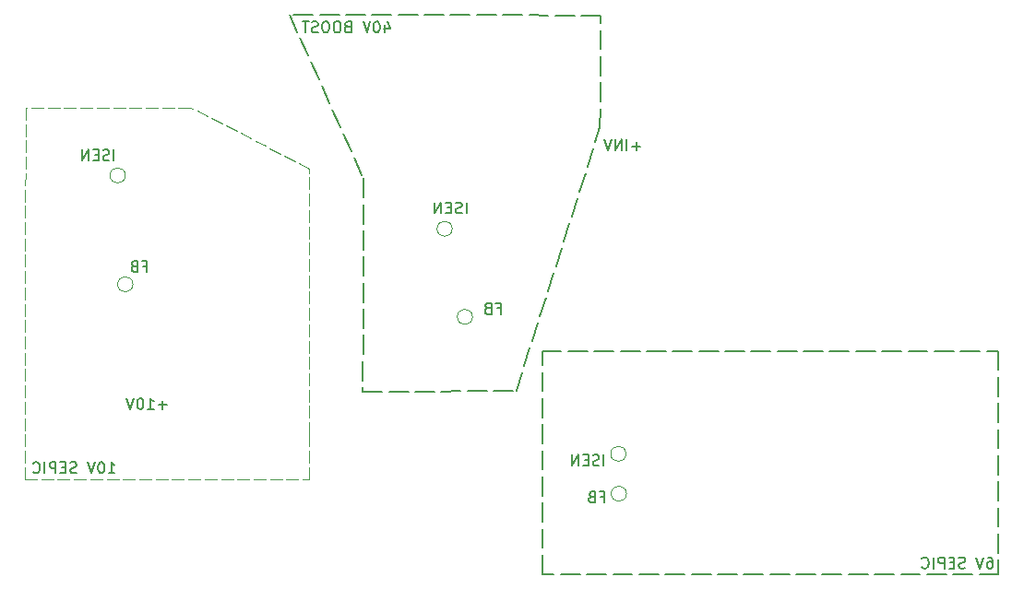
<source format=gbo>
G04 #@! TF.GenerationSoftware,KiCad,Pcbnew,9.0.3-9.0.3-0~ubuntu24.04.1*
G04 #@! TF.CreationDate,2025-08-16T17:29:32+02:00*
G04 #@! TF.ProjectId,acoustic-piezodriver-board,61636f75-7374-4696-932d-7069657a6f64,rev?*
G04 #@! TF.SameCoordinates,Original*
G04 #@! TF.FileFunction,Legend,Bot*
G04 #@! TF.FilePolarity,Positive*
%FSLAX46Y46*%
G04 Gerber Fmt 4.6, Leading zero omitted, Abs format (unit mm)*
G04 Created by KiCad (PCBNEW 9.0.3-9.0.3-0~ubuntu24.04.1) date 2025-08-16 17:29:32*
%MOMM*%
%LPD*%
G01*
G04 APERTURE LIST*
%ADD10C,0.160000*%
%ADD11C,0.100000*%
%ADD12C,0.120000*%
%ADD13C,1.300000*%
%ADD14R,1.700000X1.700000*%
%ADD15C,1.700000*%
%ADD16C,2.300000*%
%ADD17C,4.000000*%
%ADD18C,1.600000*%
%ADD19C,1.000000*%
G04 APERTURE END LIST*
D10*
X89930000Y-117490000D02*
X90463409Y-115812778D01*
X90657376Y-115202879D02*
X91190786Y-113525657D01*
X91384753Y-112915758D02*
X91918162Y-111238535D01*
X92112129Y-110628636D02*
X92645539Y-108951414D01*
X92839506Y-108341515D02*
X93372915Y-106664293D01*
X93566882Y-106054394D02*
X94100292Y-104377172D01*
X94294259Y-103767273D02*
X94827668Y-102090050D01*
X95021635Y-101480151D02*
X95555044Y-99802929D01*
X95749011Y-99193030D02*
X96282421Y-97515808D01*
X96476388Y-96905909D02*
X97009797Y-95228687D01*
X97203764Y-94618788D02*
X97620000Y-93310000D01*
X97620000Y-93310000D02*
X97628535Y-91550021D01*
X97631639Y-90910028D02*
X97640174Y-89150049D01*
X97643278Y-88510056D02*
X97651813Y-86750077D01*
X97654917Y-86110085D02*
X97663452Y-84350105D01*
X97666556Y-83710113D02*
X97669999Y-83000000D01*
X97670000Y-83000000D02*
X95910009Y-82994491D01*
X95270012Y-82992488D02*
X93510020Y-82986980D01*
X92870024Y-82984976D02*
X91110032Y-82979468D01*
X90470035Y-82977465D02*
X88710044Y-82971956D01*
X88070047Y-82969953D02*
X86310056Y-82964444D01*
X85670059Y-82962441D02*
X83910067Y-82956932D01*
X83270071Y-82954929D02*
X81510079Y-82949420D01*
X80870082Y-82947417D02*
X79110091Y-82941909D01*
X78470094Y-82939905D02*
X76710103Y-82934397D01*
X76070106Y-82932394D02*
X74310114Y-82926885D01*
X73670118Y-82924882D02*
X71910126Y-82919373D01*
X71270129Y-82917370D02*
X69510138Y-82911861D01*
X69111945Y-82910615D02*
X69837360Y-84514165D01*
X70101148Y-85097274D02*
X70826563Y-86700824D01*
X71090351Y-87283933D02*
X71815766Y-88887483D01*
X72079554Y-89470592D02*
X72804969Y-91074142D01*
X73068756Y-91657251D02*
X73794172Y-93260801D01*
X74057959Y-93843910D02*
X74783375Y-95447460D01*
X75047162Y-96030569D02*
X75772578Y-97634119D01*
X75920000Y-97960000D02*
X75914621Y-99719992D01*
X75912664Y-100359989D02*
X75907285Y-102119981D01*
X75905329Y-102759978D02*
X75899949Y-104519969D01*
X75897993Y-105159966D02*
X75892613Y-106919958D01*
X75890657Y-107559955D02*
X75885278Y-109319947D01*
X75883322Y-109959944D02*
X75877942Y-111719936D01*
X75875986Y-112359933D02*
X75870606Y-114119925D01*
X75868650Y-114759922D02*
X75863271Y-116519913D01*
X75861315Y-117159910D02*
X75860001Y-117590000D01*
X75860000Y-117590000D02*
X77619956Y-117577491D01*
X78259939Y-117572943D02*
X80019895Y-117560434D01*
X80659879Y-117555886D02*
X82419834Y-117543377D01*
X83059818Y-117538829D02*
X84819774Y-117526320D01*
X85459758Y-117521771D02*
X87219713Y-117509263D01*
X87859697Y-117504714D02*
X89619652Y-117492206D01*
D11*
X70900000Y-125590000D02*
X70905353Y-124490013D01*
X70907299Y-124090018D02*
X70912652Y-122990031D01*
X70914598Y-122590036D02*
X70919951Y-121490049D01*
X70920000Y-121480000D02*
X70921351Y-120380001D01*
X70921843Y-119980001D02*
X70923194Y-118880002D01*
X70923686Y-118480002D02*
X70925037Y-117380003D01*
X70925528Y-116980003D02*
X70926880Y-115880004D01*
X70927371Y-115480005D02*
X70928722Y-114380005D01*
X70929214Y-113980006D02*
X70930565Y-112880006D01*
X70931057Y-112480007D02*
X70932408Y-111380008D01*
X70932899Y-110980008D02*
X70934251Y-109880009D01*
X70934742Y-109480009D02*
X70936093Y-108380010D01*
X70936585Y-107980010D02*
X70937936Y-106880011D01*
X70938428Y-106480011D02*
X70939779Y-105380012D01*
X70940270Y-104980012D02*
X70941622Y-103880013D01*
X70942113Y-103480014D02*
X70943464Y-102380014D01*
X70943956Y-101980015D02*
X70945307Y-100880016D01*
X70945799Y-100480016D02*
X70947150Y-99380017D01*
X70947641Y-98980017D02*
X70948993Y-97880018D01*
X70949484Y-97480018D02*
X70949999Y-97060000D01*
X70950000Y-97060000D02*
X69971321Y-96557816D01*
X69615438Y-96375204D02*
X68636760Y-95873021D01*
X68280877Y-95690408D02*
X67302198Y-95188225D01*
X66946315Y-95005613D02*
X65967637Y-94503429D01*
X65611753Y-94320817D02*
X64633075Y-93818633D01*
X64277192Y-93636021D02*
X63298513Y-93133837D01*
X62942630Y-92951225D02*
X61963952Y-92449042D01*
X61608069Y-92266429D02*
X60629390Y-91764246D01*
X60273507Y-91581634D02*
X60031418Y-91457412D01*
X60031418Y-91457412D02*
X58931420Y-91459654D01*
X58531421Y-91460469D02*
X57431423Y-91462711D01*
X57031424Y-91463526D02*
X55931427Y-91465768D01*
X55531427Y-91466583D02*
X54431430Y-91468825D01*
X54031430Y-91469640D02*
X52931433Y-91471882D01*
X52531434Y-91472697D02*
X51431436Y-91474939D01*
X51031437Y-91475754D02*
X49931439Y-91477996D01*
X49531440Y-91478812D02*
X48431442Y-91481053D01*
X48031443Y-91481869D02*
X46931445Y-91484110D01*
X46531446Y-91484926D02*
X45431448Y-91487168D01*
X45031449Y-91487983D02*
X44889657Y-91488272D01*
X44889538Y-91488272D02*
X44887941Y-92588271D01*
X44887360Y-92988270D02*
X44885763Y-94088269D01*
X44885183Y-94488269D02*
X44883586Y-95588268D01*
X44883005Y-95988267D02*
X44881408Y-97088266D01*
X44880827Y-97488266D02*
X44879230Y-98588265D01*
X44878649Y-98988264D02*
X44877053Y-100088263D01*
X44876472Y-100488263D02*
X44874875Y-101588261D01*
X44874294Y-101988261D02*
X44872697Y-103088260D01*
X44872116Y-103488259D02*
X44870519Y-104588258D01*
X44869939Y-104988258D02*
X44868342Y-106088257D01*
X44867761Y-106488256D02*
X44866164Y-107588255D01*
X44865583Y-107988255D02*
X44863986Y-109088253D01*
X44863406Y-109488253D02*
X44861809Y-110588252D01*
X44861228Y-110988251D02*
X44859631Y-112088250D01*
X44859050Y-112488250D02*
X44857453Y-113588249D01*
X44856872Y-113988248D02*
X44855276Y-115088247D01*
X44854695Y-115488247D02*
X44853098Y-116588246D01*
X44852517Y-116988245D02*
X44850920Y-118088244D01*
X44850339Y-118488244D02*
X44848742Y-119588242D01*
X44848162Y-119988242D02*
X44846565Y-121088241D01*
X44845984Y-121488240D02*
X44844387Y-122588239D01*
X44843806Y-122988239D02*
X44842209Y-124088238D01*
X44841629Y-124488237D02*
X44840032Y-125588236D01*
X44840000Y-125610000D02*
X45940000Y-125609156D01*
X46340000Y-125608849D02*
X47439999Y-125608005D01*
X47839999Y-125607698D02*
X48939999Y-125606853D01*
X49339999Y-125606546D02*
X50439998Y-125605702D01*
X50839998Y-125605395D02*
X51939998Y-125604551D01*
X52339998Y-125604244D02*
X53439997Y-125603400D01*
X53839997Y-125603093D02*
X54939997Y-125602249D01*
X55339997Y-125601942D02*
X56439997Y-125601097D01*
X56839996Y-125600790D02*
X57939996Y-125599946D01*
X58339996Y-125599639D02*
X59439996Y-125598795D01*
X59839996Y-125598488D02*
X60939995Y-125597644D01*
X61339995Y-125597337D02*
X62439995Y-125596493D01*
X62839995Y-125596186D02*
X63939994Y-125595342D01*
X64339994Y-125595035D02*
X65439994Y-125594190D01*
X65839994Y-125593883D02*
X66939993Y-125593039D01*
X67339993Y-125592732D02*
X68439993Y-125591888D01*
X68839993Y-125591581D02*
X69939993Y-125590737D01*
X70339992Y-125590430D02*
X70900000Y-125590001D01*
D10*
X92310000Y-113810000D02*
X94070000Y-113810000D01*
X94710000Y-113810000D02*
X96470000Y-113810000D01*
X97110000Y-113810000D02*
X98870000Y-113810000D01*
X99510000Y-113810000D02*
X101270000Y-113810000D01*
X101910000Y-113810000D02*
X103670000Y-113810000D01*
X104310000Y-113810000D02*
X106070000Y-113810000D01*
X106710000Y-113810000D02*
X108470000Y-113810000D01*
X109110000Y-113810000D02*
X110870000Y-113810000D01*
X111510000Y-113810000D02*
X113270000Y-113810000D01*
X113910000Y-113810000D02*
X115670000Y-113810000D01*
X116310000Y-113810000D02*
X118070000Y-113810000D01*
X118710000Y-113810000D02*
X120470000Y-113810000D01*
X121110000Y-113810000D02*
X122870000Y-113810000D01*
X123510000Y-113810000D02*
X125270000Y-113810000D01*
X125910000Y-113810000D02*
X127670000Y-113810000D01*
X128310000Y-113810000D02*
X130070000Y-113810000D01*
X130710000Y-113810000D02*
X132470000Y-113810000D01*
X133110000Y-113810000D02*
X134190000Y-113810000D01*
X134190000Y-113810000D02*
X134190000Y-115570000D01*
X134190000Y-116210000D02*
X134190000Y-117970000D01*
X134190000Y-118610000D02*
X134190000Y-120370000D01*
X134190000Y-121010000D02*
X134190000Y-122770000D01*
X134190000Y-123410000D02*
X134190000Y-125170000D01*
X134190000Y-125810000D02*
X134190000Y-127570000D01*
X134190000Y-128210000D02*
X134190000Y-129970000D01*
X134190000Y-130610000D02*
X134190000Y-132370000D01*
X134190000Y-133010000D02*
X134190000Y-134320000D01*
X134190000Y-134320000D02*
X132430000Y-134320000D01*
X131790000Y-134320000D02*
X130030000Y-134320000D01*
X129390000Y-134320000D02*
X127630000Y-134320000D01*
X126990000Y-134320000D02*
X125230000Y-134320000D01*
X124590000Y-134320000D02*
X122830000Y-134320000D01*
X122190000Y-134320000D02*
X120430000Y-134320000D01*
X119790000Y-134320000D02*
X118030000Y-134320000D01*
X117390000Y-134320000D02*
X115630000Y-134320000D01*
X114990000Y-134320000D02*
X113230000Y-134320000D01*
X112590000Y-134320000D02*
X110830000Y-134320000D01*
X110190000Y-134320000D02*
X108430000Y-134320000D01*
X107790000Y-134320000D02*
X106030000Y-134320000D01*
X105390000Y-134320000D02*
X103630000Y-134320000D01*
X102990000Y-134320000D02*
X101230000Y-134320000D01*
X100590000Y-134320000D02*
X98830000Y-134320000D01*
X98190000Y-134320000D02*
X96430000Y-134320000D01*
X95790000Y-134320000D02*
X94030000Y-134320000D01*
X93390000Y-134320000D02*
X92310000Y-134320000D01*
X92310000Y-134320000D02*
X92310000Y-132560000D01*
X92310000Y-131920000D02*
X92310000Y-130160000D01*
X92310000Y-129520000D02*
X92310000Y-127760000D01*
X92310000Y-127120000D02*
X92310000Y-125360000D01*
X92310000Y-124720000D02*
X92310000Y-122960000D01*
X92310000Y-122320000D02*
X92310000Y-120560000D01*
X92310000Y-119920000D02*
X92310000Y-118160000D01*
X92310000Y-117520000D02*
X92310000Y-115760000D01*
X92310000Y-115120000D02*
X92310000Y-113810000D01*
X97703308Y-127225489D02*
X98036641Y-127225489D01*
X98036641Y-127749299D02*
X98036641Y-126749299D01*
X98036641Y-126749299D02*
X97560451Y-126749299D01*
X96846165Y-127225489D02*
X96703308Y-127273108D01*
X96703308Y-127273108D02*
X96655689Y-127320727D01*
X96655689Y-127320727D02*
X96608070Y-127415965D01*
X96608070Y-127415965D02*
X96608070Y-127558822D01*
X96608070Y-127558822D02*
X96655689Y-127654060D01*
X96655689Y-127654060D02*
X96703308Y-127701680D01*
X96703308Y-127701680D02*
X96798546Y-127749299D01*
X96798546Y-127749299D02*
X97179498Y-127749299D01*
X97179498Y-127749299D02*
X97179498Y-126749299D01*
X97179498Y-126749299D02*
X96846165Y-126749299D01*
X96846165Y-126749299D02*
X96750927Y-126796918D01*
X96750927Y-126796918D02*
X96703308Y-126844537D01*
X96703308Y-126844537D02*
X96655689Y-126939775D01*
X96655689Y-126939775D02*
X96655689Y-127035013D01*
X96655689Y-127035013D02*
X96703308Y-127130251D01*
X96703308Y-127130251D02*
X96750927Y-127177870D01*
X96750927Y-127177870D02*
X96846165Y-127225489D01*
X96846165Y-127225489D02*
X97179498Y-127225489D01*
X97966641Y-124359299D02*
X97966641Y-123359299D01*
X97538070Y-124311680D02*
X97395213Y-124359299D01*
X97395213Y-124359299D02*
X97157118Y-124359299D01*
X97157118Y-124359299D02*
X97061880Y-124311680D01*
X97061880Y-124311680D02*
X97014261Y-124264060D01*
X97014261Y-124264060D02*
X96966642Y-124168822D01*
X96966642Y-124168822D02*
X96966642Y-124073584D01*
X96966642Y-124073584D02*
X97014261Y-123978346D01*
X97014261Y-123978346D02*
X97061880Y-123930727D01*
X97061880Y-123930727D02*
X97157118Y-123883108D01*
X97157118Y-123883108D02*
X97347594Y-123835489D01*
X97347594Y-123835489D02*
X97442832Y-123787870D01*
X97442832Y-123787870D02*
X97490451Y-123740251D01*
X97490451Y-123740251D02*
X97538070Y-123645013D01*
X97538070Y-123645013D02*
X97538070Y-123549775D01*
X97538070Y-123549775D02*
X97490451Y-123454537D01*
X97490451Y-123454537D02*
X97442832Y-123406918D01*
X97442832Y-123406918D02*
X97347594Y-123359299D01*
X97347594Y-123359299D02*
X97109499Y-123359299D01*
X97109499Y-123359299D02*
X96966642Y-123406918D01*
X96538070Y-123835489D02*
X96204737Y-123835489D01*
X96061880Y-124359299D02*
X96538070Y-124359299D01*
X96538070Y-124359299D02*
X96538070Y-123359299D01*
X96538070Y-123359299D02*
X96061880Y-123359299D01*
X95633308Y-124359299D02*
X95633308Y-123359299D01*
X95633308Y-123359299D02*
X95061880Y-124359299D01*
X95061880Y-124359299D02*
X95061880Y-123359299D01*
X52512832Y-125039299D02*
X53084260Y-125039299D01*
X52798546Y-125039299D02*
X52798546Y-124039299D01*
X52798546Y-124039299D02*
X52893784Y-124182156D01*
X52893784Y-124182156D02*
X52989022Y-124277394D01*
X52989022Y-124277394D02*
X53084260Y-124325013D01*
X51893784Y-124039299D02*
X51798546Y-124039299D01*
X51798546Y-124039299D02*
X51703308Y-124086918D01*
X51703308Y-124086918D02*
X51655689Y-124134537D01*
X51655689Y-124134537D02*
X51608070Y-124229775D01*
X51608070Y-124229775D02*
X51560451Y-124420251D01*
X51560451Y-124420251D02*
X51560451Y-124658346D01*
X51560451Y-124658346D02*
X51608070Y-124848822D01*
X51608070Y-124848822D02*
X51655689Y-124944060D01*
X51655689Y-124944060D02*
X51703308Y-124991680D01*
X51703308Y-124991680D02*
X51798546Y-125039299D01*
X51798546Y-125039299D02*
X51893784Y-125039299D01*
X51893784Y-125039299D02*
X51989022Y-124991680D01*
X51989022Y-124991680D02*
X52036641Y-124944060D01*
X52036641Y-124944060D02*
X52084260Y-124848822D01*
X52084260Y-124848822D02*
X52131879Y-124658346D01*
X52131879Y-124658346D02*
X52131879Y-124420251D01*
X52131879Y-124420251D02*
X52084260Y-124229775D01*
X52084260Y-124229775D02*
X52036641Y-124134537D01*
X52036641Y-124134537D02*
X51989022Y-124086918D01*
X51989022Y-124086918D02*
X51893784Y-124039299D01*
X51274736Y-124039299D02*
X50941403Y-125039299D01*
X50941403Y-125039299D02*
X50608070Y-124039299D01*
X49560450Y-124991680D02*
X49417593Y-125039299D01*
X49417593Y-125039299D02*
X49179498Y-125039299D01*
X49179498Y-125039299D02*
X49084260Y-124991680D01*
X49084260Y-124991680D02*
X49036641Y-124944060D01*
X49036641Y-124944060D02*
X48989022Y-124848822D01*
X48989022Y-124848822D02*
X48989022Y-124753584D01*
X48989022Y-124753584D02*
X49036641Y-124658346D01*
X49036641Y-124658346D02*
X49084260Y-124610727D01*
X49084260Y-124610727D02*
X49179498Y-124563108D01*
X49179498Y-124563108D02*
X49369974Y-124515489D01*
X49369974Y-124515489D02*
X49465212Y-124467870D01*
X49465212Y-124467870D02*
X49512831Y-124420251D01*
X49512831Y-124420251D02*
X49560450Y-124325013D01*
X49560450Y-124325013D02*
X49560450Y-124229775D01*
X49560450Y-124229775D02*
X49512831Y-124134537D01*
X49512831Y-124134537D02*
X49465212Y-124086918D01*
X49465212Y-124086918D02*
X49369974Y-124039299D01*
X49369974Y-124039299D02*
X49131879Y-124039299D01*
X49131879Y-124039299D02*
X48989022Y-124086918D01*
X48560450Y-124515489D02*
X48227117Y-124515489D01*
X48084260Y-125039299D02*
X48560450Y-125039299D01*
X48560450Y-125039299D02*
X48560450Y-124039299D01*
X48560450Y-124039299D02*
X48084260Y-124039299D01*
X47655688Y-125039299D02*
X47655688Y-124039299D01*
X47655688Y-124039299D02*
X47274736Y-124039299D01*
X47274736Y-124039299D02*
X47179498Y-124086918D01*
X47179498Y-124086918D02*
X47131879Y-124134537D01*
X47131879Y-124134537D02*
X47084260Y-124229775D01*
X47084260Y-124229775D02*
X47084260Y-124372632D01*
X47084260Y-124372632D02*
X47131879Y-124467870D01*
X47131879Y-124467870D02*
X47179498Y-124515489D01*
X47179498Y-124515489D02*
X47274736Y-124563108D01*
X47274736Y-124563108D02*
X47655688Y-124563108D01*
X46655688Y-125039299D02*
X46655688Y-124039299D01*
X45608070Y-124944060D02*
X45655689Y-124991680D01*
X45655689Y-124991680D02*
X45798546Y-125039299D01*
X45798546Y-125039299D02*
X45893784Y-125039299D01*
X45893784Y-125039299D02*
X46036641Y-124991680D01*
X46036641Y-124991680D02*
X46131879Y-124896441D01*
X46131879Y-124896441D02*
X46179498Y-124801203D01*
X46179498Y-124801203D02*
X46227117Y-124610727D01*
X46227117Y-124610727D02*
X46227117Y-124467870D01*
X46227117Y-124467870D02*
X46179498Y-124277394D01*
X46179498Y-124277394D02*
X46131879Y-124182156D01*
X46131879Y-124182156D02*
X46036641Y-124086918D01*
X46036641Y-124086918D02*
X45893784Y-124039299D01*
X45893784Y-124039299D02*
X45798546Y-124039299D01*
X45798546Y-124039299D02*
X45655689Y-124086918D01*
X45655689Y-124086918D02*
X45608070Y-124134537D01*
X53006641Y-96329299D02*
X53006641Y-95329299D01*
X52578070Y-96281680D02*
X52435213Y-96329299D01*
X52435213Y-96329299D02*
X52197118Y-96329299D01*
X52197118Y-96329299D02*
X52101880Y-96281680D01*
X52101880Y-96281680D02*
X52054261Y-96234060D01*
X52054261Y-96234060D02*
X52006642Y-96138822D01*
X52006642Y-96138822D02*
X52006642Y-96043584D01*
X52006642Y-96043584D02*
X52054261Y-95948346D01*
X52054261Y-95948346D02*
X52101880Y-95900727D01*
X52101880Y-95900727D02*
X52197118Y-95853108D01*
X52197118Y-95853108D02*
X52387594Y-95805489D01*
X52387594Y-95805489D02*
X52482832Y-95757870D01*
X52482832Y-95757870D02*
X52530451Y-95710251D01*
X52530451Y-95710251D02*
X52578070Y-95615013D01*
X52578070Y-95615013D02*
X52578070Y-95519775D01*
X52578070Y-95519775D02*
X52530451Y-95424537D01*
X52530451Y-95424537D02*
X52482832Y-95376918D01*
X52482832Y-95376918D02*
X52387594Y-95329299D01*
X52387594Y-95329299D02*
X52149499Y-95329299D01*
X52149499Y-95329299D02*
X52006642Y-95376918D01*
X51578070Y-95805489D02*
X51244737Y-95805489D01*
X51101880Y-96329299D02*
X51578070Y-96329299D01*
X51578070Y-96329299D02*
X51578070Y-95329299D01*
X51578070Y-95329299D02*
X51101880Y-95329299D01*
X50673308Y-96329299D02*
X50673308Y-95329299D01*
X50673308Y-95329299D02*
X50101880Y-96329299D01*
X50101880Y-96329299D02*
X50101880Y-95329299D01*
X55713308Y-106045489D02*
X56046641Y-106045489D01*
X56046641Y-106569299D02*
X56046641Y-105569299D01*
X56046641Y-105569299D02*
X55570451Y-105569299D01*
X54856165Y-106045489D02*
X54713308Y-106093108D01*
X54713308Y-106093108D02*
X54665689Y-106140727D01*
X54665689Y-106140727D02*
X54618070Y-106235965D01*
X54618070Y-106235965D02*
X54618070Y-106378822D01*
X54618070Y-106378822D02*
X54665689Y-106474060D01*
X54665689Y-106474060D02*
X54713308Y-106521680D01*
X54713308Y-106521680D02*
X54808546Y-106569299D01*
X54808546Y-106569299D02*
X55189498Y-106569299D01*
X55189498Y-106569299D02*
X55189498Y-105569299D01*
X55189498Y-105569299D02*
X54856165Y-105569299D01*
X54856165Y-105569299D02*
X54760927Y-105616918D01*
X54760927Y-105616918D02*
X54713308Y-105664537D01*
X54713308Y-105664537D02*
X54665689Y-105759775D01*
X54665689Y-105759775D02*
X54665689Y-105855013D01*
X54665689Y-105855013D02*
X54713308Y-105950251D01*
X54713308Y-105950251D02*
X54760927Y-105997870D01*
X54760927Y-105997870D02*
X54856165Y-106045489D01*
X54856165Y-106045489D02*
X55189498Y-106045489D01*
X85366641Y-101179299D02*
X85366641Y-100179299D01*
X84938070Y-101131680D02*
X84795213Y-101179299D01*
X84795213Y-101179299D02*
X84557118Y-101179299D01*
X84557118Y-101179299D02*
X84461880Y-101131680D01*
X84461880Y-101131680D02*
X84414261Y-101084060D01*
X84414261Y-101084060D02*
X84366642Y-100988822D01*
X84366642Y-100988822D02*
X84366642Y-100893584D01*
X84366642Y-100893584D02*
X84414261Y-100798346D01*
X84414261Y-100798346D02*
X84461880Y-100750727D01*
X84461880Y-100750727D02*
X84557118Y-100703108D01*
X84557118Y-100703108D02*
X84747594Y-100655489D01*
X84747594Y-100655489D02*
X84842832Y-100607870D01*
X84842832Y-100607870D02*
X84890451Y-100560251D01*
X84890451Y-100560251D02*
X84938070Y-100465013D01*
X84938070Y-100465013D02*
X84938070Y-100369775D01*
X84938070Y-100369775D02*
X84890451Y-100274537D01*
X84890451Y-100274537D02*
X84842832Y-100226918D01*
X84842832Y-100226918D02*
X84747594Y-100179299D01*
X84747594Y-100179299D02*
X84509499Y-100179299D01*
X84509499Y-100179299D02*
X84366642Y-100226918D01*
X83938070Y-100655489D02*
X83604737Y-100655489D01*
X83461880Y-101179299D02*
X83938070Y-101179299D01*
X83938070Y-101179299D02*
X83938070Y-100179299D01*
X83938070Y-100179299D02*
X83461880Y-100179299D01*
X83033308Y-101179299D02*
X83033308Y-100179299D01*
X83033308Y-100179299D02*
X82461880Y-101179299D01*
X82461880Y-101179299D02*
X82461880Y-100179299D01*
X88163308Y-109905489D02*
X88496641Y-109905489D01*
X88496641Y-110429299D02*
X88496641Y-109429299D01*
X88496641Y-109429299D02*
X88020451Y-109429299D01*
X87306165Y-109905489D02*
X87163308Y-109953108D01*
X87163308Y-109953108D02*
X87115689Y-110000727D01*
X87115689Y-110000727D02*
X87068070Y-110095965D01*
X87068070Y-110095965D02*
X87068070Y-110238822D01*
X87068070Y-110238822D02*
X87115689Y-110334060D01*
X87115689Y-110334060D02*
X87163308Y-110381680D01*
X87163308Y-110381680D02*
X87258546Y-110429299D01*
X87258546Y-110429299D02*
X87639498Y-110429299D01*
X87639498Y-110429299D02*
X87639498Y-109429299D01*
X87639498Y-109429299D02*
X87306165Y-109429299D01*
X87306165Y-109429299D02*
X87210927Y-109476918D01*
X87210927Y-109476918D02*
X87163308Y-109524537D01*
X87163308Y-109524537D02*
X87115689Y-109619775D01*
X87115689Y-109619775D02*
X87115689Y-109715013D01*
X87115689Y-109715013D02*
X87163308Y-109810251D01*
X87163308Y-109810251D02*
X87210927Y-109857870D01*
X87210927Y-109857870D02*
X87306165Y-109905489D01*
X87306165Y-109905489D02*
X87639498Y-109905489D01*
X133218070Y-132789299D02*
X133408546Y-132789299D01*
X133408546Y-132789299D02*
X133503784Y-132836918D01*
X133503784Y-132836918D02*
X133551403Y-132884537D01*
X133551403Y-132884537D02*
X133646641Y-133027394D01*
X133646641Y-133027394D02*
X133694260Y-133217870D01*
X133694260Y-133217870D02*
X133694260Y-133598822D01*
X133694260Y-133598822D02*
X133646641Y-133694060D01*
X133646641Y-133694060D02*
X133599022Y-133741680D01*
X133599022Y-133741680D02*
X133503784Y-133789299D01*
X133503784Y-133789299D02*
X133313308Y-133789299D01*
X133313308Y-133789299D02*
X133218070Y-133741680D01*
X133218070Y-133741680D02*
X133170451Y-133694060D01*
X133170451Y-133694060D02*
X133122832Y-133598822D01*
X133122832Y-133598822D02*
X133122832Y-133360727D01*
X133122832Y-133360727D02*
X133170451Y-133265489D01*
X133170451Y-133265489D02*
X133218070Y-133217870D01*
X133218070Y-133217870D02*
X133313308Y-133170251D01*
X133313308Y-133170251D02*
X133503784Y-133170251D01*
X133503784Y-133170251D02*
X133599022Y-133217870D01*
X133599022Y-133217870D02*
X133646641Y-133265489D01*
X133646641Y-133265489D02*
X133694260Y-133360727D01*
X132837117Y-132789299D02*
X132503784Y-133789299D01*
X132503784Y-133789299D02*
X132170451Y-132789299D01*
X131122831Y-133741680D02*
X130979974Y-133789299D01*
X130979974Y-133789299D02*
X130741879Y-133789299D01*
X130741879Y-133789299D02*
X130646641Y-133741680D01*
X130646641Y-133741680D02*
X130599022Y-133694060D01*
X130599022Y-133694060D02*
X130551403Y-133598822D01*
X130551403Y-133598822D02*
X130551403Y-133503584D01*
X130551403Y-133503584D02*
X130599022Y-133408346D01*
X130599022Y-133408346D02*
X130646641Y-133360727D01*
X130646641Y-133360727D02*
X130741879Y-133313108D01*
X130741879Y-133313108D02*
X130932355Y-133265489D01*
X130932355Y-133265489D02*
X131027593Y-133217870D01*
X131027593Y-133217870D02*
X131075212Y-133170251D01*
X131075212Y-133170251D02*
X131122831Y-133075013D01*
X131122831Y-133075013D02*
X131122831Y-132979775D01*
X131122831Y-132979775D02*
X131075212Y-132884537D01*
X131075212Y-132884537D02*
X131027593Y-132836918D01*
X131027593Y-132836918D02*
X130932355Y-132789299D01*
X130932355Y-132789299D02*
X130694260Y-132789299D01*
X130694260Y-132789299D02*
X130551403Y-132836918D01*
X130122831Y-133265489D02*
X129789498Y-133265489D01*
X129646641Y-133789299D02*
X130122831Y-133789299D01*
X130122831Y-133789299D02*
X130122831Y-132789299D01*
X130122831Y-132789299D02*
X129646641Y-132789299D01*
X129218069Y-133789299D02*
X129218069Y-132789299D01*
X129218069Y-132789299D02*
X128837117Y-132789299D01*
X128837117Y-132789299D02*
X128741879Y-132836918D01*
X128741879Y-132836918D02*
X128694260Y-132884537D01*
X128694260Y-132884537D02*
X128646641Y-132979775D01*
X128646641Y-132979775D02*
X128646641Y-133122632D01*
X128646641Y-133122632D02*
X128694260Y-133217870D01*
X128694260Y-133217870D02*
X128741879Y-133265489D01*
X128741879Y-133265489D02*
X128837117Y-133313108D01*
X128837117Y-133313108D02*
X129218069Y-133313108D01*
X128218069Y-133789299D02*
X128218069Y-132789299D01*
X127170451Y-133694060D02*
X127218070Y-133741680D01*
X127218070Y-133741680D02*
X127360927Y-133789299D01*
X127360927Y-133789299D02*
X127456165Y-133789299D01*
X127456165Y-133789299D02*
X127599022Y-133741680D01*
X127599022Y-133741680D02*
X127694260Y-133646441D01*
X127694260Y-133646441D02*
X127741879Y-133551203D01*
X127741879Y-133551203D02*
X127789498Y-133360727D01*
X127789498Y-133360727D02*
X127789498Y-133217870D01*
X127789498Y-133217870D02*
X127741879Y-133027394D01*
X127741879Y-133027394D02*
X127694260Y-132932156D01*
X127694260Y-132932156D02*
X127599022Y-132836918D01*
X127599022Y-132836918D02*
X127456165Y-132789299D01*
X127456165Y-132789299D02*
X127360927Y-132789299D01*
X127360927Y-132789299D02*
X127218070Y-132836918D01*
X127218070Y-132836918D02*
X127170451Y-132884537D01*
X57856641Y-118788346D02*
X57094737Y-118788346D01*
X57475689Y-119169299D02*
X57475689Y-118407394D01*
X56094737Y-119169299D02*
X56666165Y-119169299D01*
X56380451Y-119169299D02*
X56380451Y-118169299D01*
X56380451Y-118169299D02*
X56475689Y-118312156D01*
X56475689Y-118312156D02*
X56570927Y-118407394D01*
X56570927Y-118407394D02*
X56666165Y-118455013D01*
X55475689Y-118169299D02*
X55380451Y-118169299D01*
X55380451Y-118169299D02*
X55285213Y-118216918D01*
X55285213Y-118216918D02*
X55237594Y-118264537D01*
X55237594Y-118264537D02*
X55189975Y-118359775D01*
X55189975Y-118359775D02*
X55142356Y-118550251D01*
X55142356Y-118550251D02*
X55142356Y-118788346D01*
X55142356Y-118788346D02*
X55189975Y-118978822D01*
X55189975Y-118978822D02*
X55237594Y-119074060D01*
X55237594Y-119074060D02*
X55285213Y-119121680D01*
X55285213Y-119121680D02*
X55380451Y-119169299D01*
X55380451Y-119169299D02*
X55475689Y-119169299D01*
X55475689Y-119169299D02*
X55570927Y-119121680D01*
X55570927Y-119121680D02*
X55618546Y-119074060D01*
X55618546Y-119074060D02*
X55666165Y-118978822D01*
X55666165Y-118978822D02*
X55713784Y-118788346D01*
X55713784Y-118788346D02*
X55713784Y-118550251D01*
X55713784Y-118550251D02*
X55666165Y-118359775D01*
X55666165Y-118359775D02*
X55618546Y-118264537D01*
X55618546Y-118264537D02*
X55570927Y-118216918D01*
X55570927Y-118216918D02*
X55475689Y-118169299D01*
X54856641Y-118169299D02*
X54523308Y-119169299D01*
X54523308Y-119169299D02*
X54189975Y-118169299D01*
X101316641Y-95028346D02*
X100554737Y-95028346D01*
X100935689Y-95409299D02*
X100935689Y-94647394D01*
X100078546Y-95409299D02*
X100078546Y-94409299D01*
X99602356Y-95409299D02*
X99602356Y-94409299D01*
X99602356Y-94409299D02*
X99030928Y-95409299D01*
X99030928Y-95409299D02*
X99030928Y-94409299D01*
X98697594Y-94409299D02*
X98364261Y-95409299D01*
X98364261Y-95409299D02*
X98030928Y-94409299D01*
X77878070Y-83892632D02*
X77878070Y-84559299D01*
X78116165Y-83511680D02*
X78354260Y-84225965D01*
X78354260Y-84225965D02*
X77735213Y-84225965D01*
X77163784Y-83559299D02*
X77068546Y-83559299D01*
X77068546Y-83559299D02*
X76973308Y-83606918D01*
X76973308Y-83606918D02*
X76925689Y-83654537D01*
X76925689Y-83654537D02*
X76878070Y-83749775D01*
X76878070Y-83749775D02*
X76830451Y-83940251D01*
X76830451Y-83940251D02*
X76830451Y-84178346D01*
X76830451Y-84178346D02*
X76878070Y-84368822D01*
X76878070Y-84368822D02*
X76925689Y-84464060D01*
X76925689Y-84464060D02*
X76973308Y-84511680D01*
X76973308Y-84511680D02*
X77068546Y-84559299D01*
X77068546Y-84559299D02*
X77163784Y-84559299D01*
X77163784Y-84559299D02*
X77259022Y-84511680D01*
X77259022Y-84511680D02*
X77306641Y-84464060D01*
X77306641Y-84464060D02*
X77354260Y-84368822D01*
X77354260Y-84368822D02*
X77401879Y-84178346D01*
X77401879Y-84178346D02*
X77401879Y-83940251D01*
X77401879Y-83940251D02*
X77354260Y-83749775D01*
X77354260Y-83749775D02*
X77306641Y-83654537D01*
X77306641Y-83654537D02*
X77259022Y-83606918D01*
X77259022Y-83606918D02*
X77163784Y-83559299D01*
X76544736Y-83559299D02*
X76211403Y-84559299D01*
X76211403Y-84559299D02*
X75878070Y-83559299D01*
X74449498Y-84035489D02*
X74306641Y-84083108D01*
X74306641Y-84083108D02*
X74259022Y-84130727D01*
X74259022Y-84130727D02*
X74211403Y-84225965D01*
X74211403Y-84225965D02*
X74211403Y-84368822D01*
X74211403Y-84368822D02*
X74259022Y-84464060D01*
X74259022Y-84464060D02*
X74306641Y-84511680D01*
X74306641Y-84511680D02*
X74401879Y-84559299D01*
X74401879Y-84559299D02*
X74782831Y-84559299D01*
X74782831Y-84559299D02*
X74782831Y-83559299D01*
X74782831Y-83559299D02*
X74449498Y-83559299D01*
X74449498Y-83559299D02*
X74354260Y-83606918D01*
X74354260Y-83606918D02*
X74306641Y-83654537D01*
X74306641Y-83654537D02*
X74259022Y-83749775D01*
X74259022Y-83749775D02*
X74259022Y-83845013D01*
X74259022Y-83845013D02*
X74306641Y-83940251D01*
X74306641Y-83940251D02*
X74354260Y-83987870D01*
X74354260Y-83987870D02*
X74449498Y-84035489D01*
X74449498Y-84035489D02*
X74782831Y-84035489D01*
X73592355Y-83559299D02*
X73401879Y-83559299D01*
X73401879Y-83559299D02*
X73306641Y-83606918D01*
X73306641Y-83606918D02*
X73211403Y-83702156D01*
X73211403Y-83702156D02*
X73163784Y-83892632D01*
X73163784Y-83892632D02*
X73163784Y-84225965D01*
X73163784Y-84225965D02*
X73211403Y-84416441D01*
X73211403Y-84416441D02*
X73306641Y-84511680D01*
X73306641Y-84511680D02*
X73401879Y-84559299D01*
X73401879Y-84559299D02*
X73592355Y-84559299D01*
X73592355Y-84559299D02*
X73687593Y-84511680D01*
X73687593Y-84511680D02*
X73782831Y-84416441D01*
X73782831Y-84416441D02*
X73830450Y-84225965D01*
X73830450Y-84225965D02*
X73830450Y-83892632D01*
X73830450Y-83892632D02*
X73782831Y-83702156D01*
X73782831Y-83702156D02*
X73687593Y-83606918D01*
X73687593Y-83606918D02*
X73592355Y-83559299D01*
X72544736Y-83559299D02*
X72354260Y-83559299D01*
X72354260Y-83559299D02*
X72259022Y-83606918D01*
X72259022Y-83606918D02*
X72163784Y-83702156D01*
X72163784Y-83702156D02*
X72116165Y-83892632D01*
X72116165Y-83892632D02*
X72116165Y-84225965D01*
X72116165Y-84225965D02*
X72163784Y-84416441D01*
X72163784Y-84416441D02*
X72259022Y-84511680D01*
X72259022Y-84511680D02*
X72354260Y-84559299D01*
X72354260Y-84559299D02*
X72544736Y-84559299D01*
X72544736Y-84559299D02*
X72639974Y-84511680D01*
X72639974Y-84511680D02*
X72735212Y-84416441D01*
X72735212Y-84416441D02*
X72782831Y-84225965D01*
X72782831Y-84225965D02*
X72782831Y-83892632D01*
X72782831Y-83892632D02*
X72735212Y-83702156D01*
X72735212Y-83702156D02*
X72639974Y-83606918D01*
X72639974Y-83606918D02*
X72544736Y-83559299D01*
X71735212Y-84511680D02*
X71592355Y-84559299D01*
X71592355Y-84559299D02*
X71354260Y-84559299D01*
X71354260Y-84559299D02*
X71259022Y-84511680D01*
X71259022Y-84511680D02*
X71211403Y-84464060D01*
X71211403Y-84464060D02*
X71163784Y-84368822D01*
X71163784Y-84368822D02*
X71163784Y-84273584D01*
X71163784Y-84273584D02*
X71211403Y-84178346D01*
X71211403Y-84178346D02*
X71259022Y-84130727D01*
X71259022Y-84130727D02*
X71354260Y-84083108D01*
X71354260Y-84083108D02*
X71544736Y-84035489D01*
X71544736Y-84035489D02*
X71639974Y-83987870D01*
X71639974Y-83987870D02*
X71687593Y-83940251D01*
X71687593Y-83940251D02*
X71735212Y-83845013D01*
X71735212Y-83845013D02*
X71735212Y-83749775D01*
X71735212Y-83749775D02*
X71687593Y-83654537D01*
X71687593Y-83654537D02*
X71639974Y-83606918D01*
X71639974Y-83606918D02*
X71544736Y-83559299D01*
X71544736Y-83559299D02*
X71306641Y-83559299D01*
X71306641Y-83559299D02*
X71163784Y-83606918D01*
X70878069Y-83559299D02*
X70306641Y-83559299D01*
X70592355Y-84559299D02*
X70592355Y-83559299D01*
D12*
X100050000Y-126940000D02*
G75*
G02*
X98650000Y-126940000I-700000J0D01*
G01*
X98650000Y-126940000D02*
G75*
G02*
X100050000Y-126940000I700000J0D01*
G01*
X54750000Y-107700000D02*
G75*
G02*
X53350000Y-107700000I-700000J0D01*
G01*
X53350000Y-107700000D02*
G75*
G02*
X54750000Y-107700000I700000J0D01*
G01*
X85920000Y-110690000D02*
G75*
G02*
X84520000Y-110690000I-700000J0D01*
G01*
X84520000Y-110690000D02*
G75*
G02*
X85920000Y-110690000I700000J0D01*
G01*
X100000000Y-123270000D02*
G75*
G02*
X98600000Y-123270000I-700000J0D01*
G01*
X98600000Y-123270000D02*
G75*
G02*
X100000000Y-123270000I700000J0D01*
G01*
X54050000Y-97700000D02*
G75*
G02*
X52650000Y-97700000I-700000J0D01*
G01*
X52650000Y-97700000D02*
G75*
G02*
X54050000Y-97700000I700000J0D01*
G01*
X84060000Y-102600000D02*
G75*
G02*
X82660000Y-102600000I-700000J0D01*
G01*
X82660000Y-102600000D02*
G75*
G02*
X84060000Y-102600000I700000J0D01*
G01*
%LPC*%
D13*
X50730000Y-128610000D03*
X136640000Y-131420000D03*
X125700000Y-85080000D03*
D14*
X47000000Y-139000000D03*
D15*
X47000000Y-136460000D03*
X49540000Y-139000000D03*
X49540000Y-136460000D03*
X52080000Y-139000000D03*
X52080000Y-136460000D03*
X54620000Y-139000000D03*
X54620000Y-136460000D03*
X57160000Y-139000000D03*
X57160000Y-136460000D03*
X59700000Y-139000000D03*
X59700000Y-136460000D03*
D16*
X108000000Y-85500000D03*
X113000000Y-85500000D03*
X118000000Y-85500000D03*
D17*
X98800000Y-98000000D03*
D18*
X135075000Y-107550000D03*
X140075000Y-107550000D03*
D16*
X49000000Y-85500000D03*
X54000000Y-85500000D03*
X59000000Y-85500000D03*
D17*
X55300000Y-121700000D03*
D18*
X135075000Y-96850000D03*
X140075000Y-96850000D03*
X135025000Y-85925000D03*
X140025000Y-85925000D03*
D14*
X109000000Y-139000000D03*
D15*
X109000000Y-136460000D03*
X111540000Y-139000000D03*
X111540000Y-136460000D03*
X114080000Y-139000000D03*
X114080000Y-136460000D03*
X116620000Y-139000000D03*
X116620000Y-136460000D03*
X119160000Y-139000000D03*
X119160000Y-136460000D03*
X121700000Y-139000000D03*
X121700000Y-136460000D03*
D19*
X99350000Y-126940000D03*
X54050000Y-107700000D03*
X85220000Y-110690000D03*
X99300000Y-123270000D03*
X53350000Y-97700000D03*
X83360000Y-102600000D03*
%LPD*%
M02*

</source>
